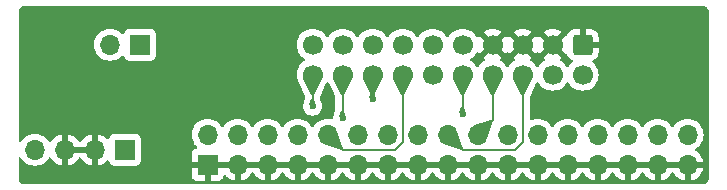
<source format=gbr>
%TF.GenerationSoftware,KiCad,Pcbnew,8.0.5*%
%TF.CreationDate,2024-12-02T19:35:40-06:00*%
%TF.ProjectId,Apple-II-HXC-Gotek-Adapter,4170706c-652d-4494-992d-4858432d476f,v1.0*%
%TF.SameCoordinates,Original*%
%TF.FileFunction,Copper,L2,Bot*%
%TF.FilePolarity,Positive*%
%FSLAX46Y46*%
G04 Gerber Fmt 4.6, Leading zero omitted, Abs format (unit mm)*
G04 Created by KiCad (PCBNEW 8.0.5) date 2024-12-02 19:35:40*
%MOMM*%
%LPD*%
G01*
G04 APERTURE LIST*
G04 Aperture macros list*
%AMRoundRect*
0 Rectangle with rounded corners*
0 $1 Rounding radius*
0 $2 $3 $4 $5 $6 $7 $8 $9 X,Y pos of 4 corners*
0 Add a 4 corners polygon primitive as box body*
4,1,4,$2,$3,$4,$5,$6,$7,$8,$9,$2,$3,0*
0 Add four circle primitives for the rounded corners*
1,1,$1+$1,$2,$3*
1,1,$1+$1,$4,$5*
1,1,$1+$1,$6,$7*
1,1,$1+$1,$8,$9*
0 Add four rect primitives between the rounded corners*
20,1,$1+$1,$2,$3,$4,$5,0*
20,1,$1+$1,$4,$5,$6,$7,0*
20,1,$1+$1,$6,$7,$8,$9,0*
20,1,$1+$1,$8,$9,$2,$3,0*%
G04 Aperture macros list end*
%TA.AperFunction,ComponentPad*%
%ADD10R,1.700000X1.700000*%
%TD*%
%TA.AperFunction,ComponentPad*%
%ADD11O,1.700000X1.700000*%
%TD*%
%TA.AperFunction,ComponentPad*%
%ADD12C,1.700000*%
%TD*%
%TA.AperFunction,ComponentPad*%
%ADD13RoundRect,0.250000X-0.600000X0.600000X-0.600000X-0.600000X0.600000X-0.600000X0.600000X0.600000X0*%
%TD*%
%TA.AperFunction,ViaPad*%
%ADD14C,0.600000*%
%TD*%
%TA.AperFunction,Conductor*%
%ADD15C,0.200000*%
%TD*%
G04 APERTURE END LIST*
D10*
%TO.P,J4,1,Pin_1*%
%TO.N,/PH0-RX*%
X86995000Y-101600000D03*
D11*
%TO.P,J4,2,Pin_2*%
%TO.N,/PH1-TX*%
X84455000Y-101600000D03*
%TD*%
D12*
%TO.P,J2,20,Pin_20*%
%TO.N,/WRPROT*%
X101600000Y-104140000D03*
%TO.P,J2,19,Pin_19*%
%TO.N,unconnected-(J2-Pin_19-Pad19)*%
X101600000Y-101600000D03*
%TO.P,J2,18,Pin_18*%
%TO.N,/WR*%
X104140000Y-104140000D03*
%TO.P,J2,17,Pin_17*%
%TO.N,unconnected-(J2-Pin_17-Pad17)*%
X104140000Y-101600000D03*
%TO.P,J2,16,Pin_16*%
%TO.N,/RD*%
X106680000Y-104140000D03*
%TO.P,J2,15,Pin_15*%
%TO.N,unconnected-(J2-Pin_15-Pad15)*%
X106680000Y-101600000D03*
%TO.P,J2,14,Pin_14*%
%TO.N,/~{DRVEN}*%
X109220000Y-104140000D03*
%TO.P,J2,13,Pin_13*%
%TO.N,unconnected-(J2-Pin_13-Pad13)*%
X109220000Y-101600000D03*
%TO.P,J2,12,Pin_12*%
%TO.N,/SEL*%
X111760000Y-104140000D03*
%TO.P,J2,11,Pin_11*%
%TO.N,+5V*%
X111760000Y-101600000D03*
%TO.P,J2,10,Pin_10*%
%TO.N,/~{WREQ}*%
X114300000Y-104140000D03*
%TO.P,J2,9,Pin_9*%
%TO.N,unconnected-(J2-Pin_9-Pad9)*%
X114300000Y-101600000D03*
%TO.P,J2,8,Pin_8*%
%TO.N,/PH3*%
X116840000Y-104140000D03*
%TO.P,J2,7,Pin_7*%
%TO.N,GND*%
X116840000Y-101600000D03*
%TO.P,J2,6,Pin_6*%
%TO.N,/PH2*%
X119380000Y-104140000D03*
%TO.P,J2,5,Pin_5*%
%TO.N,GND*%
X119380000Y-101600000D03*
%TO.P,J2,4,Pin_4*%
%TO.N,/PH1-TX*%
X121920000Y-104140000D03*
%TO.P,J2,3,Pin_3*%
%TO.N,GND*%
X121920000Y-101600000D03*
%TO.P,J2,2,Pin_2*%
%TO.N,/PH0-RX*%
X124460000Y-104140000D03*
D13*
%TO.P,J2,1,Pin_1*%
%TO.N,GND*%
X124460000Y-101600000D03*
%TD*%
D10*
%TO.P,J3,1,Pin_1*%
%TO.N,+5V*%
X85710000Y-110490000D03*
D11*
%TO.P,J3,2,Pin_2*%
%TO.N,GND*%
X83170000Y-110490000D03*
%TO.P,J3,3,Pin_3*%
X80630000Y-110490000D03*
%TO.P,J3,4,Pin_4*%
%TO.N,unconnected-(J3-Pin_4-Pad4)*%
X78090000Y-110490000D03*
%TD*%
D10*
%TO.P,J1,1,Pin_1*%
%TO.N,GND*%
X92710000Y-111760000D03*
D11*
%TO.P,J1,2,Pin_2*%
%TO.N,unconnected-(J1-Pin_2-Pad2)*%
X92710000Y-109220000D03*
%TO.P,J1,3,Pin_3*%
%TO.N,GND*%
X95250000Y-111760000D03*
%TO.P,J1,4,Pin_4*%
%TO.N,unconnected-(J1-Pin_4-Pad4)*%
X95250000Y-109220000D03*
%TO.P,J1,5,Pin_5*%
%TO.N,GND*%
X97790000Y-111760000D03*
%TO.P,J1,6,Pin_6*%
%TO.N,unconnected-(J1-Pin_6-Pad6)*%
X97790000Y-109220000D03*
%TO.P,J1,7,Pin_7*%
%TO.N,GND*%
X100330000Y-111760000D03*
%TO.P,J1,8,Pin_8*%
%TO.N,unconnected-(J1-Pin_8-Pad8)*%
X100330000Y-109220000D03*
%TO.P,J1,9,Pin_9*%
%TO.N,GND*%
X102870000Y-111760000D03*
%TO.P,J1,10,Pin_10*%
%TO.N,/~{DRVEN}*%
X102870000Y-109220000D03*
%TO.P,J1,11,Pin_11*%
%TO.N,GND*%
X105410000Y-111760000D03*
%TO.P,J1,12,Pin_12*%
%TO.N,unconnected-(J1-Pin_12-Pad12)*%
X105410000Y-109220000D03*
%TO.P,J1,13,Pin_13*%
%TO.N,GND*%
X107950000Y-111760000D03*
%TO.P,J1,14,Pin_14*%
%TO.N,unconnected-(J1-Pin_14-Pad14)*%
X107950000Y-109220000D03*
%TO.P,J1,15,Pin_15*%
%TO.N,GND*%
X110490000Y-111760000D03*
%TO.P,J1,16,Pin_16*%
%TO.N,unconnected-(J1-Pin_16-Pad16)*%
X110490000Y-109220000D03*
%TO.P,J1,17,Pin_17*%
%TO.N,GND*%
X113030000Y-111760000D03*
%TO.P,J1,18,Pin_18*%
%TO.N,/PH2*%
X113030000Y-109220000D03*
%TO.P,J1,19,Pin_19*%
%TO.N,GND*%
X115570000Y-111760000D03*
%TO.P,J1,20,Pin_20*%
%TO.N,/PH3*%
X115570000Y-109220000D03*
%TO.P,J1,21,Pin_21*%
%TO.N,GND*%
X118110000Y-111760000D03*
%TO.P,J1,22,Pin_22*%
%TO.N,/WR*%
X118110000Y-109220000D03*
%TO.P,J1,23,Pin_23*%
%TO.N,GND*%
X120650000Y-111760000D03*
%TO.P,J1,24,Pin_24*%
%TO.N,/~{WREQ}*%
X120650000Y-109220000D03*
%TO.P,J1,25,Pin_25*%
%TO.N,GND*%
X123190000Y-111760000D03*
%TO.P,J1,26,Pin_26*%
%TO.N,unconnected-(J1-Pin_26-Pad26)*%
X123190000Y-109220000D03*
%TO.P,J1,27,Pin_27*%
%TO.N,GND*%
X125730000Y-111760000D03*
%TO.P,J1,28,Pin_28*%
%TO.N,/WRPROT*%
X125730000Y-109220000D03*
%TO.P,J1,29,Pin_29*%
%TO.N,GND*%
X128270000Y-111760000D03*
%TO.P,J1,30,Pin_30*%
%TO.N,/RD*%
X128270000Y-109220000D03*
%TO.P,J1,31,Pin_31*%
%TO.N,GND*%
X130810000Y-111760000D03*
%TO.P,J1,32,Pin_32*%
%TO.N,/SEL*%
X130810000Y-109220000D03*
%TO.P,J1,33,Pin_33*%
%TO.N,GND*%
X133350000Y-111760000D03*
%TO.P,J1,34,Pin_34*%
%TO.N,unconnected-(J1-Pin_34-Pad34)*%
X133350000Y-109220000D03*
%TD*%
D14*
%TO.N,/RD*%
X106680000Y-106207000D03*
%TO.N,/WRPROT*%
X101600000Y-106807000D03*
%TO.N,/~{WREQ}*%
X114300000Y-107470000D03*
%TO.N,/WR*%
X104140000Y-107823000D03*
%TD*%
D15*
%TO.N,/WR*%
X104140000Y-107823000D02*
X104140000Y-104140000D01*
%TO.N,/~{DRVEN}*%
X109220000Y-109816346D02*
X109220000Y-104140000D01*
X104140000Y-110490000D02*
X108546346Y-110490000D01*
X102870000Y-109220000D02*
X104140000Y-110490000D01*
X108546346Y-110490000D02*
X109220000Y-109816346D01*
%TO.N,/PH2*%
X119380000Y-109816346D02*
X119380000Y-104140000D01*
X118706346Y-110490000D02*
X119380000Y-109816346D01*
X113030000Y-109220000D02*
X114300000Y-110490000D01*
X114300000Y-110490000D02*
X118706346Y-110490000D01*
%TO.N,/PH3*%
X116840000Y-107950000D02*
X116840000Y-104140000D01*
X115570000Y-109220000D02*
X116840000Y-107950000D01*
%TO.N,/RD*%
X106680000Y-106207000D02*
X106680000Y-104140000D01*
%TO.N,/WRPROT*%
X101600000Y-106807000D02*
X101600000Y-104140000D01*
%TO.N,/~{WREQ}*%
X114300000Y-107470000D02*
X114300000Y-104140000D01*
%TD*%
%TA.AperFunction,Conductor*%
%TO.N,GND*%
G36*
X94784075Y-111567007D02*
G01*
X94750000Y-111694174D01*
X94750000Y-111825826D01*
X94784075Y-111952993D01*
X94816988Y-112010000D01*
X93143012Y-112010000D01*
X93175925Y-111952993D01*
X93210000Y-111825826D01*
X93210000Y-111694174D01*
X93175925Y-111567007D01*
X93143012Y-111510000D01*
X94816988Y-111510000D01*
X94784075Y-111567007D01*
G37*
%TD.AperFunction*%
%TA.AperFunction,Conductor*%
G36*
X97324075Y-111567007D02*
G01*
X97290000Y-111694174D01*
X97290000Y-111825826D01*
X97324075Y-111952993D01*
X97356988Y-112010000D01*
X95683012Y-112010000D01*
X95715925Y-111952993D01*
X95750000Y-111825826D01*
X95750000Y-111694174D01*
X95715925Y-111567007D01*
X95683012Y-111510000D01*
X97356988Y-111510000D01*
X97324075Y-111567007D01*
G37*
%TD.AperFunction*%
%TA.AperFunction,Conductor*%
G36*
X99864075Y-111567007D02*
G01*
X99830000Y-111694174D01*
X99830000Y-111825826D01*
X99864075Y-111952993D01*
X99896988Y-112010000D01*
X98223012Y-112010000D01*
X98255925Y-111952993D01*
X98290000Y-111825826D01*
X98290000Y-111694174D01*
X98255925Y-111567007D01*
X98223012Y-111510000D01*
X99896988Y-111510000D01*
X99864075Y-111567007D01*
G37*
%TD.AperFunction*%
%TA.AperFunction,Conductor*%
G36*
X102404075Y-111567007D02*
G01*
X102370000Y-111694174D01*
X102370000Y-111825826D01*
X102404075Y-111952993D01*
X102436988Y-112010000D01*
X100763012Y-112010000D01*
X100795925Y-111952993D01*
X100830000Y-111825826D01*
X100830000Y-111694174D01*
X100795925Y-111567007D01*
X100763012Y-111510000D01*
X102436988Y-111510000D01*
X102404075Y-111567007D01*
G37*
%TD.AperFunction*%
%TA.AperFunction,Conductor*%
G36*
X104944075Y-111567007D02*
G01*
X104910000Y-111694174D01*
X104910000Y-111825826D01*
X104944075Y-111952993D01*
X104976988Y-112010000D01*
X103303012Y-112010000D01*
X103335925Y-111952993D01*
X103370000Y-111825826D01*
X103370000Y-111694174D01*
X103335925Y-111567007D01*
X103303012Y-111510000D01*
X104976988Y-111510000D01*
X104944075Y-111567007D01*
G37*
%TD.AperFunction*%
%TA.AperFunction,Conductor*%
G36*
X107484075Y-111567007D02*
G01*
X107450000Y-111694174D01*
X107450000Y-111825826D01*
X107484075Y-111952993D01*
X107516988Y-112010000D01*
X105843012Y-112010000D01*
X105875925Y-111952993D01*
X105910000Y-111825826D01*
X105910000Y-111694174D01*
X105875925Y-111567007D01*
X105843012Y-111510000D01*
X107516988Y-111510000D01*
X107484075Y-111567007D01*
G37*
%TD.AperFunction*%
%TA.AperFunction,Conductor*%
G36*
X110024075Y-111567007D02*
G01*
X109990000Y-111694174D01*
X109990000Y-111825826D01*
X110024075Y-111952993D01*
X110056988Y-112010000D01*
X108383012Y-112010000D01*
X108415925Y-111952993D01*
X108450000Y-111825826D01*
X108450000Y-111694174D01*
X108415925Y-111567007D01*
X108383012Y-111510000D01*
X110056988Y-111510000D01*
X110024075Y-111567007D01*
G37*
%TD.AperFunction*%
%TA.AperFunction,Conductor*%
G36*
X112564075Y-111567007D02*
G01*
X112530000Y-111694174D01*
X112530000Y-111825826D01*
X112564075Y-111952993D01*
X112596988Y-112010000D01*
X110923012Y-112010000D01*
X110955925Y-111952993D01*
X110990000Y-111825826D01*
X110990000Y-111694174D01*
X110955925Y-111567007D01*
X110923012Y-111510000D01*
X112596988Y-111510000D01*
X112564075Y-111567007D01*
G37*
%TD.AperFunction*%
%TA.AperFunction,Conductor*%
G36*
X115104075Y-111567007D02*
G01*
X115070000Y-111694174D01*
X115070000Y-111825826D01*
X115104075Y-111952993D01*
X115136988Y-112010000D01*
X113463012Y-112010000D01*
X113495925Y-111952993D01*
X113530000Y-111825826D01*
X113530000Y-111694174D01*
X113495925Y-111567007D01*
X113463012Y-111510000D01*
X115136988Y-111510000D01*
X115104075Y-111567007D01*
G37*
%TD.AperFunction*%
%TA.AperFunction,Conductor*%
G36*
X117644075Y-111567007D02*
G01*
X117610000Y-111694174D01*
X117610000Y-111825826D01*
X117644075Y-111952993D01*
X117676988Y-112010000D01*
X116003012Y-112010000D01*
X116035925Y-111952993D01*
X116070000Y-111825826D01*
X116070000Y-111694174D01*
X116035925Y-111567007D01*
X116003012Y-111510000D01*
X117676988Y-111510000D01*
X117644075Y-111567007D01*
G37*
%TD.AperFunction*%
%TA.AperFunction,Conductor*%
G36*
X120184075Y-111567007D02*
G01*
X120150000Y-111694174D01*
X120150000Y-111825826D01*
X120184075Y-111952993D01*
X120216988Y-112010000D01*
X118543012Y-112010000D01*
X118575925Y-111952993D01*
X118610000Y-111825826D01*
X118610000Y-111694174D01*
X118575925Y-111567007D01*
X118543012Y-111510000D01*
X120216988Y-111510000D01*
X120184075Y-111567007D01*
G37*
%TD.AperFunction*%
%TA.AperFunction,Conductor*%
G36*
X122724075Y-111567007D02*
G01*
X122690000Y-111694174D01*
X122690000Y-111825826D01*
X122724075Y-111952993D01*
X122756988Y-112010000D01*
X121083012Y-112010000D01*
X121115925Y-111952993D01*
X121150000Y-111825826D01*
X121150000Y-111694174D01*
X121115925Y-111567007D01*
X121083012Y-111510000D01*
X122756988Y-111510000D01*
X122724075Y-111567007D01*
G37*
%TD.AperFunction*%
%TA.AperFunction,Conductor*%
G36*
X125264075Y-111567007D02*
G01*
X125230000Y-111694174D01*
X125230000Y-111825826D01*
X125264075Y-111952993D01*
X125296988Y-112010000D01*
X123623012Y-112010000D01*
X123655925Y-111952993D01*
X123690000Y-111825826D01*
X123690000Y-111694174D01*
X123655925Y-111567007D01*
X123623012Y-111510000D01*
X125296988Y-111510000D01*
X125264075Y-111567007D01*
G37*
%TD.AperFunction*%
%TA.AperFunction,Conductor*%
G36*
X127804075Y-111567007D02*
G01*
X127770000Y-111694174D01*
X127770000Y-111825826D01*
X127804075Y-111952993D01*
X127836988Y-112010000D01*
X126163012Y-112010000D01*
X126195925Y-111952993D01*
X126230000Y-111825826D01*
X126230000Y-111694174D01*
X126195925Y-111567007D01*
X126163012Y-111510000D01*
X127836988Y-111510000D01*
X127804075Y-111567007D01*
G37*
%TD.AperFunction*%
%TA.AperFunction,Conductor*%
G36*
X130344075Y-111567007D02*
G01*
X130310000Y-111694174D01*
X130310000Y-111825826D01*
X130344075Y-111952993D01*
X130376988Y-112010000D01*
X128703012Y-112010000D01*
X128735925Y-111952993D01*
X128770000Y-111825826D01*
X128770000Y-111694174D01*
X128735925Y-111567007D01*
X128703012Y-111510000D01*
X130376988Y-111510000D01*
X130344075Y-111567007D01*
G37*
%TD.AperFunction*%
%TA.AperFunction,Conductor*%
G36*
X132884075Y-111567007D02*
G01*
X132850000Y-111694174D01*
X132850000Y-111825826D01*
X132884075Y-111952993D01*
X132916988Y-112010000D01*
X131243012Y-112010000D01*
X131275925Y-111952993D01*
X131310000Y-111825826D01*
X131310000Y-111694174D01*
X131275925Y-111567007D01*
X131243012Y-111510000D01*
X132916988Y-111510000D01*
X132884075Y-111567007D01*
G37*
%TD.AperFunction*%
%TA.AperFunction,Conductor*%
G36*
X116374075Y-101792993D02*
G01*
X116439901Y-101907007D01*
X116532993Y-102000099D01*
X116647007Y-102065925D01*
X116710590Y-102082962D01*
X116078625Y-102714925D01*
X116154594Y-102768119D01*
X116198219Y-102822696D01*
X116205413Y-102892194D01*
X116173890Y-102954549D01*
X116154595Y-102971269D01*
X115968594Y-103101508D01*
X115801505Y-103268597D01*
X115671575Y-103454158D01*
X115616998Y-103497783D01*
X115547500Y-103504977D01*
X115485145Y-103473454D01*
X115468425Y-103454158D01*
X115338494Y-103268597D01*
X115171402Y-103101506D01*
X115171396Y-103101501D01*
X114985842Y-102971575D01*
X114942217Y-102916998D01*
X114935023Y-102847500D01*
X114966546Y-102785145D01*
X114985842Y-102768425D01*
X115062248Y-102714925D01*
X115171401Y-102638495D01*
X115338495Y-102471401D01*
X115468732Y-102285403D01*
X115523307Y-102241780D01*
X115592805Y-102234586D01*
X115655160Y-102266109D01*
X115671880Y-102285405D01*
X115725073Y-102361373D01*
X116357037Y-101729409D01*
X116374075Y-101792993D01*
G37*
%TD.AperFunction*%
%TA.AperFunction,Conductor*%
G36*
X118914075Y-101792993D02*
G01*
X118979901Y-101907007D01*
X119072993Y-102000099D01*
X119187007Y-102065925D01*
X119250590Y-102082962D01*
X118618625Y-102714925D01*
X118694594Y-102768119D01*
X118738219Y-102822696D01*
X118745413Y-102892194D01*
X118713890Y-102954549D01*
X118694595Y-102971269D01*
X118508594Y-103101508D01*
X118341505Y-103268597D01*
X118211575Y-103454158D01*
X118156998Y-103497783D01*
X118087500Y-103504977D01*
X118025145Y-103473454D01*
X118008425Y-103454158D01*
X117878494Y-103268597D01*
X117711402Y-103101506D01*
X117711401Y-103101505D01*
X117525405Y-102971269D01*
X117481781Y-102916692D01*
X117474588Y-102847193D01*
X117506110Y-102784839D01*
X117525405Y-102768119D01*
X117601373Y-102714925D01*
X116969409Y-102082962D01*
X117032993Y-102065925D01*
X117147007Y-102000099D01*
X117240099Y-101907007D01*
X117305925Y-101792993D01*
X117322962Y-101729410D01*
X117954925Y-102361373D01*
X118008425Y-102284968D01*
X118063002Y-102241344D01*
X118132501Y-102234151D01*
X118194855Y-102265673D01*
X118211576Y-102284969D01*
X118265073Y-102361372D01*
X118897037Y-101729409D01*
X118914075Y-101792993D01*
G37*
%TD.AperFunction*%
%TA.AperFunction,Conductor*%
G36*
X121454075Y-101792993D02*
G01*
X121519901Y-101907007D01*
X121612993Y-102000099D01*
X121727007Y-102065925D01*
X121790590Y-102082962D01*
X121158625Y-102714925D01*
X121234594Y-102768119D01*
X121278219Y-102822696D01*
X121285413Y-102892194D01*
X121253890Y-102954549D01*
X121234595Y-102971269D01*
X121048594Y-103101508D01*
X120881505Y-103268597D01*
X120751575Y-103454158D01*
X120696998Y-103497783D01*
X120627500Y-103504977D01*
X120565145Y-103473454D01*
X120548425Y-103454158D01*
X120418494Y-103268597D01*
X120251402Y-103101506D01*
X120251401Y-103101505D01*
X120065405Y-102971269D01*
X120021781Y-102916692D01*
X120014588Y-102847193D01*
X120046110Y-102784839D01*
X120065405Y-102768119D01*
X120141373Y-102714925D01*
X119509409Y-102082962D01*
X119572993Y-102065925D01*
X119687007Y-102000099D01*
X119780099Y-101907007D01*
X119845925Y-101792993D01*
X119862962Y-101729410D01*
X120494925Y-102361373D01*
X120548425Y-102284968D01*
X120603002Y-102241344D01*
X120672501Y-102234151D01*
X120734855Y-102265673D01*
X120751576Y-102284969D01*
X120805073Y-102361372D01*
X121437037Y-101729409D01*
X121454075Y-101792993D01*
G37*
%TD.AperFunction*%
%TA.AperFunction,Conductor*%
G36*
X123039156Y-102365604D02*
G01*
X123091701Y-102376163D01*
X123141885Y-102424777D01*
X123151717Y-102446921D01*
X123175642Y-102519121D01*
X123175643Y-102519124D01*
X123267684Y-102668345D01*
X123391654Y-102792315D01*
X123540875Y-102884356D01*
X123540882Y-102884359D01*
X123549712Y-102887285D01*
X123607157Y-102927057D01*
X123633981Y-102991572D01*
X123621667Y-103060348D01*
X123592318Y-103097567D01*
X123592427Y-103097676D01*
X123591511Y-103098591D01*
X123590419Y-103099977D01*
X123588597Y-103101505D01*
X123421505Y-103268597D01*
X123291575Y-103454158D01*
X123236998Y-103497783D01*
X123167500Y-103504977D01*
X123105145Y-103473454D01*
X123088425Y-103454158D01*
X122958494Y-103268597D01*
X122791402Y-103101506D01*
X122791401Y-103101505D01*
X122605405Y-102971269D01*
X122561781Y-102916692D01*
X122554588Y-102847193D01*
X122586110Y-102784839D01*
X122605405Y-102768119D01*
X122681373Y-102714925D01*
X122049409Y-102082962D01*
X122112993Y-102065925D01*
X122227007Y-102000099D01*
X122320099Y-101907007D01*
X122385925Y-101792993D01*
X122402962Y-101729410D01*
X123039156Y-102365604D01*
G37*
%TD.AperFunction*%
%TA.AperFunction,Conductor*%
G36*
X134642922Y-98291280D02*
G01*
X134733266Y-98301459D01*
X134760331Y-98307636D01*
X134839540Y-98335352D01*
X134864553Y-98347398D01*
X134935606Y-98392043D01*
X134957313Y-98409355D01*
X135016644Y-98468686D01*
X135033957Y-98490395D01*
X135078600Y-98561444D01*
X135090648Y-98586462D01*
X135118362Y-98665666D01*
X135124540Y-98692735D01*
X135134720Y-98783076D01*
X135135500Y-98796961D01*
X135135500Y-112912038D01*
X135134720Y-112925923D01*
X135124540Y-113016264D01*
X135118362Y-113043333D01*
X135090648Y-113122537D01*
X135078600Y-113147555D01*
X135033957Y-113218604D01*
X135016644Y-113240313D01*
X134957313Y-113299644D01*
X134935604Y-113316957D01*
X134864555Y-113361600D01*
X134839537Y-113373648D01*
X134760333Y-113401362D01*
X134733264Y-113407540D01*
X134653075Y-113416576D01*
X134642921Y-113417720D01*
X134629038Y-113418500D01*
X77206962Y-113418500D01*
X77193078Y-113417720D01*
X77180553Y-113416308D01*
X77102735Y-113407540D01*
X77075666Y-113401362D01*
X76996462Y-113373648D01*
X76971444Y-113361600D01*
X76900395Y-113316957D01*
X76878686Y-113299644D01*
X76819355Y-113240313D01*
X76802042Y-113218604D01*
X76757399Y-113147555D01*
X76745351Y-113122537D01*
X76740964Y-113110000D01*
X76717636Y-113043331D01*
X76711459Y-113016263D01*
X76705929Y-112967187D01*
X76701280Y-112925922D01*
X76700500Y-112912038D01*
X76700500Y-111253391D01*
X76720185Y-111186352D01*
X76772989Y-111140597D01*
X76842147Y-111130653D01*
X76905703Y-111159678D01*
X76926073Y-111182266D01*
X76975876Y-111253391D01*
X77051281Y-111361082D01*
X77051505Y-111361401D01*
X77218599Y-111528495D01*
X77315384Y-111596265D01*
X77412165Y-111664032D01*
X77412167Y-111664033D01*
X77412170Y-111664035D01*
X77626337Y-111763903D01*
X77854592Y-111825063D01*
X78031034Y-111840500D01*
X78089999Y-111845659D01*
X78090000Y-111845659D01*
X78090001Y-111845659D01*
X78148966Y-111840500D01*
X78325408Y-111825063D01*
X78553663Y-111763903D01*
X78767830Y-111664035D01*
X78961401Y-111528495D01*
X79128495Y-111361401D01*
X79258730Y-111175405D01*
X79313307Y-111131781D01*
X79382805Y-111124587D01*
X79445160Y-111156110D01*
X79461879Y-111175405D01*
X79591890Y-111361078D01*
X79758917Y-111528105D01*
X79952421Y-111663600D01*
X80166507Y-111763429D01*
X80166516Y-111763433D01*
X80380000Y-111820634D01*
X80380000Y-110923012D01*
X80437007Y-110955925D01*
X80564174Y-110990000D01*
X80695826Y-110990000D01*
X80822993Y-110955925D01*
X80880000Y-110923012D01*
X80880000Y-111820633D01*
X81093483Y-111763433D01*
X81093492Y-111763429D01*
X81307578Y-111663600D01*
X81501082Y-111528105D01*
X81668105Y-111361082D01*
X81798425Y-111174968D01*
X81853002Y-111131344D01*
X81922501Y-111124151D01*
X81984855Y-111155673D01*
X82001575Y-111174968D01*
X82131894Y-111361082D01*
X82298917Y-111528105D01*
X82492421Y-111663600D01*
X82706507Y-111763429D01*
X82706516Y-111763433D01*
X82920000Y-111820634D01*
X82920000Y-110923012D01*
X82977007Y-110955925D01*
X83104174Y-110990000D01*
X83235826Y-110990000D01*
X83362993Y-110955925D01*
X83420000Y-110923012D01*
X83420000Y-111820633D01*
X83633483Y-111763433D01*
X83633492Y-111763429D01*
X83847578Y-111663600D01*
X84041078Y-111528108D01*
X84163133Y-111406053D01*
X84224456Y-111372568D01*
X84294148Y-111377552D01*
X84350082Y-111419423D01*
X84366997Y-111450401D01*
X84416202Y-111582328D01*
X84416206Y-111582335D01*
X84502452Y-111697544D01*
X84502455Y-111697547D01*
X84617664Y-111783793D01*
X84617671Y-111783797D01*
X84752517Y-111834091D01*
X84752516Y-111834091D01*
X84759444Y-111834835D01*
X84812127Y-111840500D01*
X86607872Y-111840499D01*
X86667483Y-111834091D01*
X86802331Y-111783796D01*
X86917546Y-111697546D01*
X87003796Y-111582331D01*
X87054091Y-111447483D01*
X87060500Y-111387873D01*
X87060499Y-109592128D01*
X87054091Y-109532517D01*
X87053002Y-109529598D01*
X87003797Y-109397671D01*
X87003793Y-109397664D01*
X86917547Y-109282455D01*
X86917544Y-109282452D01*
X86834118Y-109219999D01*
X91354341Y-109219999D01*
X91354341Y-109220000D01*
X91374936Y-109455403D01*
X91374938Y-109455413D01*
X91436094Y-109683655D01*
X91436096Y-109683659D01*
X91436097Y-109683663D01*
X91519358Y-109862217D01*
X91535965Y-109897830D01*
X91535967Y-109897834D01*
X91600503Y-109990000D01*
X91671501Y-110091396D01*
X91671506Y-110091402D01*
X91793818Y-110213714D01*
X91827303Y-110275037D01*
X91822319Y-110344729D01*
X91780447Y-110400662D01*
X91749471Y-110417577D01*
X91617912Y-110466646D01*
X91617906Y-110466649D01*
X91502812Y-110552809D01*
X91502809Y-110552812D01*
X91416649Y-110667906D01*
X91416645Y-110667913D01*
X91366403Y-110802620D01*
X91366401Y-110802627D01*
X91360000Y-110862155D01*
X91360000Y-111510000D01*
X92276988Y-111510000D01*
X92244075Y-111567007D01*
X92210000Y-111694174D01*
X92210000Y-111825826D01*
X92244075Y-111952993D01*
X92276988Y-112010000D01*
X91360000Y-112010000D01*
X91360000Y-112657844D01*
X91366401Y-112717372D01*
X91366403Y-112717379D01*
X91416645Y-112852086D01*
X91416649Y-112852093D01*
X91502809Y-112967187D01*
X91502812Y-112967190D01*
X91617906Y-113053350D01*
X91617913Y-113053354D01*
X91752620Y-113103596D01*
X91752627Y-113103598D01*
X91812155Y-113109999D01*
X91812172Y-113110000D01*
X92460000Y-113110000D01*
X92460000Y-112193012D01*
X92517007Y-112225925D01*
X92644174Y-112260000D01*
X92775826Y-112260000D01*
X92902993Y-112225925D01*
X92960000Y-112193012D01*
X92960000Y-113110000D01*
X93607828Y-113110000D01*
X93607844Y-113109999D01*
X93667372Y-113103598D01*
X93667379Y-113103596D01*
X93802086Y-113053354D01*
X93802093Y-113053350D01*
X93917187Y-112967190D01*
X93917190Y-112967187D01*
X94003350Y-112852093D01*
X94003354Y-112852086D01*
X94052614Y-112720013D01*
X94094485Y-112664079D01*
X94159949Y-112639662D01*
X94228222Y-112654513D01*
X94256477Y-112675665D01*
X94378917Y-112798105D01*
X94572421Y-112933600D01*
X94786507Y-113033429D01*
X94786516Y-113033433D01*
X95000000Y-113090634D01*
X95000000Y-112193012D01*
X95057007Y-112225925D01*
X95184174Y-112260000D01*
X95315826Y-112260000D01*
X95442993Y-112225925D01*
X95500000Y-112193012D01*
X95500000Y-113090633D01*
X95713483Y-113033433D01*
X95713492Y-113033429D01*
X95927578Y-112933600D01*
X96121082Y-112798105D01*
X96288105Y-112631082D01*
X96418425Y-112444968D01*
X96473002Y-112401344D01*
X96542501Y-112394151D01*
X96604855Y-112425673D01*
X96621575Y-112444968D01*
X96751894Y-112631082D01*
X96918917Y-112798105D01*
X97112421Y-112933600D01*
X97326507Y-113033429D01*
X97326516Y-113033433D01*
X97540000Y-113090634D01*
X97540000Y-112193012D01*
X97597007Y-112225925D01*
X97724174Y-112260000D01*
X97855826Y-112260000D01*
X97982993Y-112225925D01*
X98040000Y-112193012D01*
X98040000Y-113090633D01*
X98253483Y-113033433D01*
X98253492Y-113033429D01*
X98467578Y-112933600D01*
X98661082Y-112798105D01*
X98828105Y-112631082D01*
X98958425Y-112444968D01*
X99013002Y-112401344D01*
X99082501Y-112394151D01*
X99144855Y-112425673D01*
X99161575Y-112444968D01*
X99291894Y-112631082D01*
X99458917Y-112798105D01*
X99652421Y-112933600D01*
X99866507Y-113033429D01*
X99866516Y-113033433D01*
X100080000Y-113090634D01*
X100080000Y-112193012D01*
X100137007Y-112225925D01*
X100264174Y-112260000D01*
X100395826Y-112260000D01*
X100522993Y-112225925D01*
X100580000Y-112193012D01*
X100580000Y-113090633D01*
X100793483Y-113033433D01*
X100793492Y-113033429D01*
X101007578Y-112933600D01*
X101201082Y-112798105D01*
X101368105Y-112631082D01*
X101498425Y-112444968D01*
X101553002Y-112401344D01*
X101622501Y-112394151D01*
X101684855Y-112425673D01*
X101701575Y-112444968D01*
X101831894Y-112631082D01*
X101998917Y-112798105D01*
X102192421Y-112933600D01*
X102406507Y-113033429D01*
X102406516Y-113033433D01*
X102620000Y-113090634D01*
X102620000Y-112193012D01*
X102677007Y-112225925D01*
X102804174Y-112260000D01*
X102935826Y-112260000D01*
X103062993Y-112225925D01*
X103120000Y-112193012D01*
X103120000Y-113090633D01*
X103333483Y-113033433D01*
X103333492Y-113033429D01*
X103547578Y-112933600D01*
X103741082Y-112798105D01*
X103908105Y-112631082D01*
X104038425Y-112444968D01*
X104093002Y-112401344D01*
X104162501Y-112394151D01*
X104224855Y-112425673D01*
X104241575Y-112444968D01*
X104371894Y-112631082D01*
X104538917Y-112798105D01*
X104732421Y-112933600D01*
X104946507Y-113033429D01*
X104946516Y-113033433D01*
X105160000Y-113090634D01*
X105160000Y-112193012D01*
X105217007Y-112225925D01*
X105344174Y-112260000D01*
X105475826Y-112260000D01*
X105602993Y-112225925D01*
X105660000Y-112193012D01*
X105660000Y-113090633D01*
X105873483Y-113033433D01*
X105873492Y-113033429D01*
X106087578Y-112933600D01*
X106281082Y-112798105D01*
X106448105Y-112631082D01*
X106578425Y-112444968D01*
X106633002Y-112401344D01*
X106702501Y-112394151D01*
X106764855Y-112425673D01*
X106781575Y-112444968D01*
X106911894Y-112631082D01*
X107078917Y-112798105D01*
X107272421Y-112933600D01*
X107486507Y-113033429D01*
X107486516Y-113033433D01*
X107700000Y-113090634D01*
X107700000Y-112193012D01*
X107757007Y-112225925D01*
X107884174Y-112260000D01*
X108015826Y-112260000D01*
X108142993Y-112225925D01*
X108200000Y-112193012D01*
X108200000Y-113090634D01*
X108413483Y-113033433D01*
X108413492Y-113033429D01*
X108627578Y-112933600D01*
X108821082Y-112798105D01*
X108988105Y-112631082D01*
X109118425Y-112444968D01*
X109173002Y-112401344D01*
X109242501Y-112394151D01*
X109304855Y-112425673D01*
X109321575Y-112444968D01*
X109451894Y-112631082D01*
X109618917Y-112798105D01*
X109812421Y-112933600D01*
X110026507Y-113033429D01*
X110026516Y-113033433D01*
X110240000Y-113090634D01*
X110240000Y-112193012D01*
X110297007Y-112225925D01*
X110424174Y-112260000D01*
X110555826Y-112260000D01*
X110682993Y-112225925D01*
X110740000Y-112193012D01*
X110740000Y-113090634D01*
X110953483Y-113033433D01*
X110953492Y-113033429D01*
X111167578Y-112933600D01*
X111361082Y-112798105D01*
X111528105Y-112631082D01*
X111658425Y-112444968D01*
X111713002Y-112401344D01*
X111782501Y-112394151D01*
X111844855Y-112425673D01*
X111861575Y-112444968D01*
X111991894Y-112631082D01*
X112158917Y-112798105D01*
X112352421Y-112933600D01*
X112566507Y-113033429D01*
X112566516Y-113033433D01*
X112780000Y-113090634D01*
X112780000Y-112193012D01*
X112837007Y-112225925D01*
X112964174Y-112260000D01*
X113095826Y-112260000D01*
X113222993Y-112225925D01*
X113280000Y-112193012D01*
X113280000Y-113090634D01*
X113493483Y-113033433D01*
X113493492Y-113033429D01*
X113707578Y-112933600D01*
X113901082Y-112798105D01*
X114068105Y-112631082D01*
X114198425Y-112444968D01*
X114253002Y-112401344D01*
X114322501Y-112394151D01*
X114384855Y-112425673D01*
X114401575Y-112444968D01*
X114531894Y-112631082D01*
X114698917Y-112798105D01*
X114892421Y-112933600D01*
X115106507Y-113033429D01*
X115106516Y-113033433D01*
X115320000Y-113090634D01*
X115320000Y-112193012D01*
X115377007Y-112225925D01*
X115504174Y-112260000D01*
X115635826Y-112260000D01*
X115762993Y-112225925D01*
X115820000Y-112193012D01*
X115820000Y-113090634D01*
X116033483Y-113033433D01*
X116033492Y-113033429D01*
X116247578Y-112933600D01*
X116441082Y-112798105D01*
X116608105Y-112631082D01*
X116738425Y-112444968D01*
X116793002Y-112401344D01*
X116862501Y-112394151D01*
X116924855Y-112425673D01*
X116941575Y-112444968D01*
X117071894Y-112631082D01*
X117238917Y-112798105D01*
X117432421Y-112933600D01*
X117646507Y-113033429D01*
X117646516Y-113033433D01*
X117860000Y-113090634D01*
X117860000Y-112193012D01*
X117917007Y-112225925D01*
X118044174Y-112260000D01*
X118175826Y-112260000D01*
X118302993Y-112225925D01*
X118360000Y-112193012D01*
X118360000Y-113090634D01*
X118573483Y-113033433D01*
X118573492Y-113033429D01*
X118787578Y-112933600D01*
X118981082Y-112798105D01*
X119148105Y-112631082D01*
X119278425Y-112444968D01*
X119333002Y-112401344D01*
X119402501Y-112394151D01*
X119464855Y-112425673D01*
X119481575Y-112444968D01*
X119611894Y-112631082D01*
X119778917Y-112798105D01*
X119972421Y-112933600D01*
X120186507Y-113033429D01*
X120186516Y-113033433D01*
X120400000Y-113090634D01*
X120400000Y-112193012D01*
X120457007Y-112225925D01*
X120584174Y-112260000D01*
X120715826Y-112260000D01*
X120842993Y-112225925D01*
X120900000Y-112193012D01*
X120900000Y-113090633D01*
X121113483Y-113033433D01*
X121113492Y-113033429D01*
X121327578Y-112933600D01*
X121521082Y-112798105D01*
X121688105Y-112631082D01*
X121818425Y-112444968D01*
X121873002Y-112401344D01*
X121942501Y-112394151D01*
X122004855Y-112425673D01*
X122021575Y-112444968D01*
X122151894Y-112631082D01*
X122318917Y-112798105D01*
X122512421Y-112933600D01*
X122726507Y-113033429D01*
X122726516Y-113033433D01*
X122940000Y-113090634D01*
X122940000Y-112193012D01*
X122997007Y-112225925D01*
X123124174Y-112260000D01*
X123255826Y-112260000D01*
X123382993Y-112225925D01*
X123440000Y-112193012D01*
X123440000Y-113090633D01*
X123653483Y-113033433D01*
X123653492Y-113033429D01*
X123867578Y-112933600D01*
X124061082Y-112798105D01*
X124228105Y-112631082D01*
X124358425Y-112444968D01*
X124413002Y-112401344D01*
X124482501Y-112394151D01*
X124544855Y-112425673D01*
X124561575Y-112444968D01*
X124691894Y-112631082D01*
X124858917Y-112798105D01*
X125052421Y-112933600D01*
X125266507Y-113033429D01*
X125266516Y-113033433D01*
X125480000Y-113090634D01*
X125480000Y-112193012D01*
X125537007Y-112225925D01*
X125664174Y-112260000D01*
X125795826Y-112260000D01*
X125922993Y-112225925D01*
X125980000Y-112193012D01*
X125980000Y-113090633D01*
X126193483Y-113033433D01*
X126193492Y-113033429D01*
X126407578Y-112933600D01*
X126601082Y-112798105D01*
X126768105Y-112631082D01*
X126898425Y-112444968D01*
X126953002Y-112401344D01*
X127022501Y-112394151D01*
X127084855Y-112425673D01*
X127101575Y-112444968D01*
X127231894Y-112631082D01*
X127398917Y-112798105D01*
X127592421Y-112933600D01*
X127806507Y-113033429D01*
X127806516Y-113033433D01*
X128020000Y-113090634D01*
X128020000Y-112193012D01*
X128077007Y-112225925D01*
X128204174Y-112260000D01*
X128335826Y-112260000D01*
X128462993Y-112225925D01*
X128520000Y-112193012D01*
X128520000Y-113090633D01*
X128733483Y-113033433D01*
X128733492Y-113033429D01*
X128947578Y-112933600D01*
X129141082Y-112798105D01*
X129308105Y-112631082D01*
X129438425Y-112444968D01*
X129493002Y-112401344D01*
X129562501Y-112394151D01*
X129624855Y-112425673D01*
X129641575Y-112444968D01*
X129771894Y-112631082D01*
X129938917Y-112798105D01*
X130132421Y-112933600D01*
X130346507Y-113033429D01*
X130346516Y-113033433D01*
X130560000Y-113090634D01*
X130560000Y-112193012D01*
X130617007Y-112225925D01*
X130744174Y-112260000D01*
X130875826Y-112260000D01*
X131002993Y-112225925D01*
X131060000Y-112193012D01*
X131060000Y-113090633D01*
X131273483Y-113033433D01*
X131273492Y-113033429D01*
X131487578Y-112933600D01*
X131681082Y-112798105D01*
X131848105Y-112631082D01*
X131978425Y-112444968D01*
X132033002Y-112401344D01*
X132102501Y-112394151D01*
X132164855Y-112425673D01*
X132181575Y-112444968D01*
X132311894Y-112631082D01*
X132478917Y-112798105D01*
X132672421Y-112933600D01*
X132886507Y-113033429D01*
X132886516Y-113033433D01*
X133100000Y-113090634D01*
X133100000Y-112193012D01*
X133157007Y-112225925D01*
X133284174Y-112260000D01*
X133415826Y-112260000D01*
X133542993Y-112225925D01*
X133600000Y-112193012D01*
X133600000Y-113090633D01*
X133813483Y-113033433D01*
X133813492Y-113033429D01*
X134027578Y-112933600D01*
X134221082Y-112798105D01*
X134388105Y-112631082D01*
X134523600Y-112437578D01*
X134623429Y-112223492D01*
X134623432Y-112223486D01*
X134680636Y-112010000D01*
X133783012Y-112010000D01*
X133815925Y-111952993D01*
X133850000Y-111825826D01*
X133850000Y-111694174D01*
X133815925Y-111567007D01*
X133783012Y-111510000D01*
X134680636Y-111510000D01*
X134680635Y-111509999D01*
X134623432Y-111296513D01*
X134623429Y-111296507D01*
X134523600Y-111082422D01*
X134523599Y-111082420D01*
X134388113Y-110888926D01*
X134388108Y-110888920D01*
X134221078Y-110721890D01*
X134035405Y-110591879D01*
X133991780Y-110537302D01*
X133984588Y-110467804D01*
X134016110Y-110405449D01*
X134035406Y-110388730D01*
X134098246Y-110344729D01*
X134221401Y-110258495D01*
X134388495Y-110091401D01*
X134524035Y-109897830D01*
X134623903Y-109683663D01*
X134685063Y-109455408D01*
X134705659Y-109220000D01*
X134685063Y-108984592D01*
X134623903Y-108756337D01*
X134524035Y-108542171D01*
X134518425Y-108534158D01*
X134388494Y-108348597D01*
X134221402Y-108181506D01*
X134221395Y-108181501D01*
X134027834Y-108045967D01*
X134027830Y-108045965D01*
X133991573Y-108029058D01*
X133813663Y-107946097D01*
X133813659Y-107946096D01*
X133813655Y-107946094D01*
X133585413Y-107884938D01*
X133585403Y-107884936D01*
X133350001Y-107864341D01*
X133349999Y-107864341D01*
X133114596Y-107884936D01*
X133114586Y-107884938D01*
X132886344Y-107946094D01*
X132886335Y-107946098D01*
X132672171Y-108045964D01*
X132672169Y-108045965D01*
X132478597Y-108181505D01*
X132311505Y-108348597D01*
X132181575Y-108534158D01*
X132126998Y-108577783D01*
X132057500Y-108584977D01*
X131995145Y-108553454D01*
X131978425Y-108534158D01*
X131848494Y-108348597D01*
X131681402Y-108181506D01*
X131681395Y-108181501D01*
X131487834Y-108045967D01*
X131487830Y-108045965D01*
X131451573Y-108029058D01*
X131273663Y-107946097D01*
X131273659Y-107946096D01*
X131273655Y-107946094D01*
X131045413Y-107884938D01*
X131045403Y-107884936D01*
X130810001Y-107864341D01*
X130809999Y-107864341D01*
X130574596Y-107884936D01*
X130574586Y-107884938D01*
X130346344Y-107946094D01*
X130346335Y-107946098D01*
X130132171Y-108045964D01*
X130132169Y-108045965D01*
X129938597Y-108181505D01*
X129771505Y-108348597D01*
X129641575Y-108534158D01*
X129586998Y-108577783D01*
X129517500Y-108584977D01*
X129455145Y-108553454D01*
X129438425Y-108534158D01*
X129308494Y-108348597D01*
X129141402Y-108181506D01*
X129141395Y-108181501D01*
X128947834Y-108045967D01*
X128947830Y-108045965D01*
X128911573Y-108029058D01*
X128733663Y-107946097D01*
X128733659Y-107946096D01*
X128733655Y-107946094D01*
X128505413Y-107884938D01*
X128505403Y-107884936D01*
X128270001Y-107864341D01*
X128269999Y-107864341D01*
X128034596Y-107884936D01*
X128034586Y-107884938D01*
X127806344Y-107946094D01*
X127806335Y-107946098D01*
X127592171Y-108045964D01*
X127592169Y-108045965D01*
X127398597Y-108181505D01*
X127231505Y-108348597D01*
X127101575Y-108534158D01*
X127046998Y-108577783D01*
X126977500Y-108584977D01*
X126915145Y-108553454D01*
X126898425Y-108534158D01*
X126768494Y-108348597D01*
X126601402Y-108181506D01*
X126601395Y-108181501D01*
X126407834Y-108045967D01*
X126407830Y-108045965D01*
X126371573Y-108029058D01*
X126193663Y-107946097D01*
X126193659Y-107946096D01*
X126193655Y-107946094D01*
X125965413Y-107884938D01*
X125965403Y-107884936D01*
X125730001Y-107864341D01*
X125729999Y-107864341D01*
X125494596Y-107884936D01*
X125494586Y-107884938D01*
X125266344Y-107946094D01*
X125266335Y-107946098D01*
X125052171Y-108045964D01*
X125052169Y-108045965D01*
X124858597Y-108181505D01*
X124691505Y-108348597D01*
X124561575Y-108534158D01*
X124506998Y-108577783D01*
X124437500Y-108584977D01*
X124375145Y-108553454D01*
X124358425Y-108534158D01*
X124228494Y-108348597D01*
X124061402Y-108181506D01*
X124061395Y-108181501D01*
X123867834Y-108045967D01*
X123867830Y-108045965D01*
X123831573Y-108029058D01*
X123653663Y-107946097D01*
X123653659Y-107946096D01*
X123653655Y-107946094D01*
X123425413Y-107884938D01*
X123425403Y-107884936D01*
X123190001Y-107864341D01*
X123189999Y-107864341D01*
X122954596Y-107884936D01*
X122954586Y-107884938D01*
X122726344Y-107946094D01*
X122726335Y-107946098D01*
X122512171Y-108045964D01*
X122512169Y-108045965D01*
X122318597Y-108181505D01*
X122151505Y-108348597D01*
X122021575Y-108534158D01*
X121966998Y-108577783D01*
X121897500Y-108584977D01*
X121835145Y-108553454D01*
X121818425Y-108534158D01*
X121688494Y-108348597D01*
X121521402Y-108181506D01*
X121521395Y-108181501D01*
X121327834Y-108045967D01*
X121327830Y-108045965D01*
X121291573Y-108029058D01*
X121113663Y-107946097D01*
X121113659Y-107946096D01*
X121113655Y-107946094D01*
X120885413Y-107884938D01*
X120885403Y-107884936D01*
X120650001Y-107864341D01*
X120649999Y-107864341D01*
X120414596Y-107884936D01*
X120414586Y-107884938D01*
X120186344Y-107946094D01*
X120186335Y-107946098D01*
X120156903Y-107959822D01*
X120087826Y-107970313D01*
X120024042Y-107941792D01*
X119985803Y-107883315D01*
X119980500Y-107847439D01*
X119980500Y-105998232D01*
X119993525Y-105942911D01*
X120053554Y-105822493D01*
X120541059Y-104844548D01*
X120588584Y-104793333D01*
X120656255Y-104775942D01*
X120722586Y-104797897D01*
X120753609Y-104828747D01*
X120881500Y-105011395D01*
X120881505Y-105011401D01*
X121048599Y-105178495D01*
X121145384Y-105246265D01*
X121242165Y-105314032D01*
X121242167Y-105314033D01*
X121242170Y-105314035D01*
X121456337Y-105413903D01*
X121684592Y-105475063D01*
X121872918Y-105491539D01*
X121919999Y-105495659D01*
X121920000Y-105495659D01*
X121920001Y-105495659D01*
X121959234Y-105492226D01*
X122155408Y-105475063D01*
X122383663Y-105413903D01*
X122597830Y-105314035D01*
X122791401Y-105178495D01*
X122958495Y-105011401D01*
X123088425Y-104825842D01*
X123143002Y-104782217D01*
X123212500Y-104775023D01*
X123274855Y-104806546D01*
X123291575Y-104825842D01*
X123421500Y-105011395D01*
X123421505Y-105011401D01*
X123588599Y-105178495D01*
X123685384Y-105246265D01*
X123782165Y-105314032D01*
X123782167Y-105314033D01*
X123782170Y-105314035D01*
X123996337Y-105413903D01*
X124224592Y-105475063D01*
X124412918Y-105491539D01*
X124459999Y-105495659D01*
X124460000Y-105495659D01*
X124460001Y-105495659D01*
X124499234Y-105492226D01*
X124695408Y-105475063D01*
X124923663Y-105413903D01*
X125137830Y-105314035D01*
X125331401Y-105178495D01*
X125498495Y-105011401D01*
X125634035Y-104817830D01*
X125733903Y-104603663D01*
X125795063Y-104375408D01*
X125815659Y-104140000D01*
X125795063Y-103904592D01*
X125733903Y-103676337D01*
X125634035Y-103462171D01*
X125628425Y-103454158D01*
X125498494Y-103268597D01*
X125331401Y-103101505D01*
X125329579Y-103099976D01*
X125328996Y-103099100D01*
X125327573Y-103097677D01*
X125327859Y-103097390D01*
X125290880Y-103041802D01*
X125289776Y-102971941D01*
X125326616Y-102912573D01*
X125370289Y-102887284D01*
X125379120Y-102884357D01*
X125379124Y-102884356D01*
X125528345Y-102792315D01*
X125652315Y-102668345D01*
X125744356Y-102519124D01*
X125744358Y-102519119D01*
X125799505Y-102352697D01*
X125799506Y-102352690D01*
X125809999Y-102249986D01*
X125810000Y-102249973D01*
X125810000Y-101850000D01*
X124893012Y-101850000D01*
X124925925Y-101792993D01*
X124960000Y-101665826D01*
X124960000Y-101534174D01*
X124925925Y-101407007D01*
X124893012Y-101350000D01*
X125809999Y-101350000D01*
X125809999Y-100950028D01*
X125809998Y-100950013D01*
X125799505Y-100847302D01*
X125744358Y-100680880D01*
X125744356Y-100680875D01*
X125652315Y-100531654D01*
X125528345Y-100407684D01*
X125379124Y-100315643D01*
X125379119Y-100315641D01*
X125212697Y-100260494D01*
X125212690Y-100260493D01*
X125109986Y-100250000D01*
X124710000Y-100250000D01*
X124710000Y-101166988D01*
X124652993Y-101134075D01*
X124525826Y-101100000D01*
X124394174Y-101100000D01*
X124267007Y-101134075D01*
X124210000Y-101166988D01*
X124210000Y-100250000D01*
X123810028Y-100250000D01*
X123810012Y-100250001D01*
X123707302Y-100260494D01*
X123540880Y-100315641D01*
X123540875Y-100315643D01*
X123391654Y-100407684D01*
X123267684Y-100531654D01*
X123175643Y-100680875D01*
X123175641Y-100680880D01*
X123151718Y-100753076D01*
X123111945Y-100810521D01*
X123047429Y-100837344D01*
X123036087Y-100837463D01*
X122402962Y-101470589D01*
X122385925Y-101407007D01*
X122320099Y-101292993D01*
X122227007Y-101199901D01*
X122112993Y-101134075D01*
X122049410Y-101117037D01*
X122681373Y-100485073D01*
X122681373Y-100485072D01*
X122597583Y-100426402D01*
X122597579Y-100426400D01*
X122383492Y-100326570D01*
X122383483Y-100326566D01*
X122155326Y-100265432D01*
X122155315Y-100265430D01*
X121920002Y-100244843D01*
X121919998Y-100244843D01*
X121684684Y-100265430D01*
X121684673Y-100265432D01*
X121456516Y-100326566D01*
X121456507Y-100326570D01*
X121242419Y-100426401D01*
X121158625Y-100485072D01*
X121790590Y-101117037D01*
X121727007Y-101134075D01*
X121612993Y-101199901D01*
X121519901Y-101292993D01*
X121454075Y-101407007D01*
X121437037Y-101470590D01*
X120805072Y-100838625D01*
X120805072Y-100838626D01*
X120751574Y-100915030D01*
X120696998Y-100958655D01*
X120627499Y-100965849D01*
X120565144Y-100934326D01*
X120548424Y-100915030D01*
X120494925Y-100838626D01*
X120494925Y-100838625D01*
X119862962Y-101470589D01*
X119845925Y-101407007D01*
X119780099Y-101292993D01*
X119687007Y-101199901D01*
X119572993Y-101134075D01*
X119509410Y-101117037D01*
X120141373Y-100485073D01*
X120141373Y-100485072D01*
X120057583Y-100426402D01*
X120057579Y-100426400D01*
X119843492Y-100326570D01*
X119843483Y-100326566D01*
X119615326Y-100265432D01*
X119615315Y-100265430D01*
X119380002Y-100244843D01*
X119379998Y-100244843D01*
X119144684Y-100265430D01*
X119144673Y-100265432D01*
X118916516Y-100326566D01*
X118916507Y-100326570D01*
X118702419Y-100426401D01*
X118618625Y-100485072D01*
X119250590Y-101117037D01*
X119187007Y-101134075D01*
X119072993Y-101199901D01*
X118979901Y-101292993D01*
X118914075Y-101407007D01*
X118897037Y-101470590D01*
X118265072Y-100838625D01*
X118265072Y-100838626D01*
X118211574Y-100915030D01*
X118156998Y-100958655D01*
X118087499Y-100965849D01*
X118025144Y-100934326D01*
X118008424Y-100915030D01*
X117954925Y-100838626D01*
X117954925Y-100838625D01*
X117322962Y-101470589D01*
X117305925Y-101407007D01*
X117240099Y-101292993D01*
X117147007Y-101199901D01*
X117032993Y-101134075D01*
X116969410Y-101117037D01*
X117601373Y-100485073D01*
X117601373Y-100485072D01*
X117517583Y-100426402D01*
X117517579Y-100426400D01*
X117303492Y-100326570D01*
X117303483Y-100326566D01*
X117075326Y-100265432D01*
X117075315Y-100265430D01*
X116840002Y-100244843D01*
X116839998Y-100244843D01*
X116604684Y-100265430D01*
X116604673Y-100265432D01*
X116376516Y-100326566D01*
X116376507Y-100326570D01*
X116162419Y-100426401D01*
X116078625Y-100485072D01*
X116710590Y-101117037D01*
X116647007Y-101134075D01*
X116532993Y-101199901D01*
X116439901Y-101292993D01*
X116374075Y-101407007D01*
X116357037Y-101470590D01*
X115725073Y-100838626D01*
X115671881Y-100914594D01*
X115617304Y-100958219D01*
X115547806Y-100965413D01*
X115485451Y-100933891D01*
X115468730Y-100914594D01*
X115338494Y-100728597D01*
X115171402Y-100561506D01*
X115171395Y-100561501D01*
X114977834Y-100425967D01*
X114977830Y-100425965D01*
X114938626Y-100407684D01*
X114763663Y-100326097D01*
X114763659Y-100326096D01*
X114763655Y-100326094D01*
X114535413Y-100264938D01*
X114535403Y-100264936D01*
X114300001Y-100244341D01*
X114299999Y-100244341D01*
X114064596Y-100264936D01*
X114064586Y-100264938D01*
X113836344Y-100326094D01*
X113836335Y-100326098D01*
X113622171Y-100425964D01*
X113622169Y-100425965D01*
X113428597Y-100561505D01*
X113261505Y-100728597D01*
X113131575Y-100914158D01*
X113076998Y-100957783D01*
X113007500Y-100964977D01*
X112945145Y-100933454D01*
X112928425Y-100914158D01*
X112798494Y-100728597D01*
X112631402Y-100561506D01*
X112631395Y-100561501D01*
X112437834Y-100425967D01*
X112437830Y-100425965D01*
X112398626Y-100407684D01*
X112223663Y-100326097D01*
X112223659Y-100326096D01*
X112223655Y-100326094D01*
X111995413Y-100264938D01*
X111995403Y-100264936D01*
X111760001Y-100244341D01*
X111759999Y-100244341D01*
X111524596Y-100264936D01*
X111524586Y-100264938D01*
X111296344Y-100326094D01*
X111296335Y-100326098D01*
X111082171Y-100425964D01*
X111082169Y-100425965D01*
X110888597Y-100561505D01*
X110721505Y-100728597D01*
X110591575Y-100914158D01*
X110536998Y-100957783D01*
X110467500Y-100964977D01*
X110405145Y-100933454D01*
X110388425Y-100914158D01*
X110258494Y-100728597D01*
X110091402Y-100561506D01*
X110091395Y-100561501D01*
X109897834Y-100425967D01*
X109897830Y-100425965D01*
X109858626Y-100407684D01*
X109683663Y-100326097D01*
X109683659Y-100326096D01*
X109683655Y-100326094D01*
X109455413Y-100264938D01*
X109455403Y-100264936D01*
X109220001Y-100244341D01*
X109219999Y-100244341D01*
X108984596Y-100264936D01*
X108984586Y-100264938D01*
X108756344Y-100326094D01*
X108756335Y-100326098D01*
X108542171Y-100425964D01*
X108542169Y-100425965D01*
X108348597Y-100561505D01*
X108181505Y-100728597D01*
X108051575Y-100914158D01*
X107996998Y-100957783D01*
X107927500Y-100964977D01*
X107865145Y-100933454D01*
X107848425Y-100914158D01*
X107718494Y-100728597D01*
X107551402Y-100561506D01*
X107551395Y-100561501D01*
X107357834Y-100425967D01*
X107357830Y-100425965D01*
X107318626Y-100407684D01*
X107143663Y-100326097D01*
X107143659Y-100326096D01*
X107143655Y-100326094D01*
X106915413Y-100264938D01*
X106915403Y-100264936D01*
X106680001Y-100244341D01*
X106679999Y-100244341D01*
X106444596Y-100264936D01*
X106444586Y-100264938D01*
X106216344Y-100326094D01*
X106216335Y-100326098D01*
X106002171Y-100425964D01*
X106002169Y-100425965D01*
X105808597Y-100561505D01*
X105641505Y-100728597D01*
X105511575Y-100914158D01*
X105456998Y-100957783D01*
X105387500Y-100964977D01*
X105325145Y-100933454D01*
X105308425Y-100914158D01*
X105178494Y-100728597D01*
X105011402Y-100561506D01*
X105011395Y-100561501D01*
X104817834Y-100425967D01*
X104817830Y-100425965D01*
X104778626Y-100407684D01*
X104603663Y-100326097D01*
X104603659Y-100326096D01*
X104603655Y-100326094D01*
X104375413Y-100264938D01*
X104375403Y-100264936D01*
X104140001Y-100244341D01*
X104139999Y-100244341D01*
X103904596Y-100264936D01*
X103904586Y-100264938D01*
X103676344Y-100326094D01*
X103676335Y-100326098D01*
X103462171Y-100425964D01*
X103462169Y-100425965D01*
X103268597Y-100561505D01*
X103101505Y-100728597D01*
X102971575Y-100914158D01*
X102916998Y-100957783D01*
X102847500Y-100964977D01*
X102785145Y-100933454D01*
X102768425Y-100914158D01*
X102638494Y-100728597D01*
X102471402Y-100561506D01*
X102471395Y-100561501D01*
X102277834Y-100425967D01*
X102277830Y-100425965D01*
X102238626Y-100407684D01*
X102063663Y-100326097D01*
X102063659Y-100326096D01*
X102063655Y-100326094D01*
X101835413Y-100264938D01*
X101835403Y-100264936D01*
X101600001Y-100244341D01*
X101599999Y-100244341D01*
X101364596Y-100264936D01*
X101364586Y-100264938D01*
X101136344Y-100326094D01*
X101136335Y-100326098D01*
X100922171Y-100425964D01*
X100922169Y-100425965D01*
X100728597Y-100561505D01*
X100561505Y-100728597D01*
X100425965Y-100922169D01*
X100425964Y-100922171D01*
X100326098Y-101136335D01*
X100326094Y-101136344D01*
X100264938Y-101364586D01*
X100264936Y-101364596D01*
X100244341Y-101599999D01*
X100244341Y-101600000D01*
X100264936Y-101835403D01*
X100264938Y-101835413D01*
X100326094Y-102063655D01*
X100326096Y-102063659D01*
X100326097Y-102063663D01*
X100405597Y-102234151D01*
X100425965Y-102277830D01*
X100425967Y-102277834D01*
X100528858Y-102424777D01*
X100561501Y-102471396D01*
X100561506Y-102471402D01*
X100728597Y-102638493D01*
X100728603Y-102638498D01*
X100914158Y-102768425D01*
X100957783Y-102823002D01*
X100964977Y-102892500D01*
X100933454Y-102954855D01*
X100914158Y-102971575D01*
X100728597Y-103101505D01*
X100561505Y-103268597D01*
X100425965Y-103462169D01*
X100425964Y-103462171D01*
X100326098Y-103676335D01*
X100326094Y-103676344D01*
X100264938Y-103904586D01*
X100264936Y-103904596D01*
X100244341Y-104139999D01*
X100244341Y-104140000D01*
X100264936Y-104375403D01*
X100264938Y-104375413D01*
X100326094Y-104603655D01*
X100326096Y-104603660D01*
X100326097Y-104603663D01*
X100347386Y-104649318D01*
X100354864Y-104665354D01*
X100360199Y-104678789D01*
X100367890Y-104702024D01*
X100367893Y-104702030D01*
X100605411Y-105178493D01*
X100911953Y-105793422D01*
X100986475Y-105942913D01*
X100999500Y-105998234D01*
X100999500Y-106081972D01*
X100991978Y-106124503D01*
X100851831Y-106508320D01*
X100838928Y-106548882D01*
X100838925Y-106548894D01*
X100838754Y-106550281D01*
X100832735Y-106576006D01*
X100814631Y-106627745D01*
X100814631Y-106627746D01*
X100794435Y-106806996D01*
X100794435Y-106807003D01*
X100814630Y-106986249D01*
X100814631Y-106986254D01*
X100874211Y-107156523D01*
X100926039Y-107239006D01*
X100970184Y-107309262D01*
X101097738Y-107436816D01*
X101150544Y-107469996D01*
X101236999Y-107524320D01*
X101250478Y-107532789D01*
X101383873Y-107579466D01*
X101420745Y-107592368D01*
X101420750Y-107592369D01*
X101599996Y-107612565D01*
X101600000Y-107612565D01*
X101600004Y-107612565D01*
X101779249Y-107592369D01*
X101779252Y-107592368D01*
X101779255Y-107592368D01*
X101949522Y-107532789D01*
X102102262Y-107436816D01*
X102229816Y-107309262D01*
X102325789Y-107156522D01*
X102385368Y-106986255D01*
X102391392Y-106932789D01*
X102405565Y-106807003D01*
X102405565Y-106806996D01*
X102385369Y-106627750D01*
X102385368Y-106627746D01*
X102385368Y-106627745D01*
X102357729Y-106548760D01*
X102353428Y-106533335D01*
X102348166Y-106508312D01*
X102208022Y-106124502D01*
X102200500Y-106081971D01*
X102200500Y-105998232D01*
X102213525Y-105942911D01*
X102273554Y-105822493D01*
X102677883Y-105011402D01*
X102759024Y-104848632D01*
X102806549Y-104797416D01*
X102874220Y-104780025D01*
X102940551Y-104801980D01*
X102980974Y-104848632D01*
X103145413Y-105178498D01*
X103417666Y-105724642D01*
X103526475Y-105942913D01*
X103539500Y-105998234D01*
X103539500Y-107097972D01*
X103531978Y-107140503D01*
X103391831Y-107524320D01*
X103378928Y-107564882D01*
X103378925Y-107564894D01*
X103378754Y-107566281D01*
X103372735Y-107592006D01*
X103354631Y-107643745D01*
X103337081Y-107799506D01*
X103310014Y-107863920D01*
X103252419Y-107903475D01*
X103182582Y-107905612D01*
X103181768Y-107905397D01*
X103105413Y-107884938D01*
X103105403Y-107884936D01*
X102870001Y-107864341D01*
X102869999Y-107864341D01*
X102634596Y-107884936D01*
X102634586Y-107884938D01*
X102406344Y-107946094D01*
X102406335Y-107946098D01*
X102192171Y-108045964D01*
X102192169Y-108045965D01*
X101998597Y-108181505D01*
X101831505Y-108348597D01*
X101701575Y-108534158D01*
X101646998Y-108577783D01*
X101577500Y-108584977D01*
X101515145Y-108553454D01*
X101498425Y-108534158D01*
X101368494Y-108348597D01*
X101201402Y-108181506D01*
X101201395Y-108181501D01*
X101007834Y-108045967D01*
X101007830Y-108045965D01*
X100971573Y-108029058D01*
X100793663Y-107946097D01*
X100793659Y-107946096D01*
X100793655Y-107946094D01*
X100565413Y-107884938D01*
X100565403Y-107884936D01*
X100330001Y-107864341D01*
X100329999Y-107864341D01*
X100094596Y-107884936D01*
X100094586Y-107884938D01*
X99866344Y-107946094D01*
X99866335Y-107946098D01*
X99652171Y-108045964D01*
X99652169Y-108045965D01*
X99458597Y-108181505D01*
X99291505Y-108348597D01*
X99161575Y-108534158D01*
X99106998Y-108577783D01*
X99037500Y-108584977D01*
X98975145Y-108553454D01*
X98958425Y-108534158D01*
X98828494Y-108348597D01*
X98661402Y-108181506D01*
X98661395Y-108181501D01*
X98467834Y-108045967D01*
X98467830Y-108045965D01*
X98431573Y-108029058D01*
X98253663Y-107946097D01*
X98253659Y-107946096D01*
X98253655Y-107946094D01*
X98025413Y-107884938D01*
X98025403Y-107884936D01*
X97790001Y-107864341D01*
X97789999Y-107864341D01*
X97554596Y-107884936D01*
X97554586Y-107884938D01*
X97326344Y-107946094D01*
X97326335Y-107946098D01*
X97112171Y-108045964D01*
X97112169Y-108045965D01*
X96918597Y-108181505D01*
X96751505Y-108348597D01*
X96621575Y-108534158D01*
X96566998Y-108577783D01*
X96497500Y-108584977D01*
X96435145Y-108553454D01*
X96418425Y-108534158D01*
X96288494Y-108348597D01*
X96121402Y-108181506D01*
X96121395Y-108181501D01*
X95927834Y-108045967D01*
X95927830Y-108045965D01*
X95891573Y-108029058D01*
X95713663Y-107946097D01*
X95713659Y-107946096D01*
X95713655Y-107946094D01*
X95485413Y-107884938D01*
X95485403Y-107884936D01*
X95250001Y-107864341D01*
X95249999Y-107864341D01*
X95014596Y-107884936D01*
X95014586Y-107884938D01*
X94786344Y-107946094D01*
X94786335Y-107946098D01*
X94572171Y-108045964D01*
X94572169Y-108045965D01*
X94378597Y-108181505D01*
X94211505Y-108348597D01*
X94081575Y-108534158D01*
X94026998Y-108577783D01*
X93957500Y-108584977D01*
X93895145Y-108553454D01*
X93878425Y-108534158D01*
X93748494Y-108348597D01*
X93581402Y-108181506D01*
X93581395Y-108181501D01*
X93387834Y-108045967D01*
X93387830Y-108045965D01*
X93351573Y-108029058D01*
X93173663Y-107946097D01*
X93173659Y-107946096D01*
X93173655Y-107946094D01*
X92945413Y-107884938D01*
X92945403Y-107884936D01*
X92710001Y-107864341D01*
X92709999Y-107864341D01*
X92474596Y-107884936D01*
X92474586Y-107884938D01*
X92246344Y-107946094D01*
X92246335Y-107946098D01*
X92032171Y-108045964D01*
X92032169Y-108045965D01*
X91838597Y-108181505D01*
X91671505Y-108348597D01*
X91535965Y-108542169D01*
X91535964Y-108542171D01*
X91436098Y-108756335D01*
X91436094Y-108756344D01*
X91374938Y-108984586D01*
X91374936Y-108984596D01*
X91354341Y-109219999D01*
X86834118Y-109219999D01*
X86802335Y-109196206D01*
X86802328Y-109196202D01*
X86667482Y-109145908D01*
X86667483Y-109145908D01*
X86607883Y-109139501D01*
X86607881Y-109139500D01*
X86607873Y-109139500D01*
X86607864Y-109139500D01*
X84812129Y-109139500D01*
X84812123Y-109139501D01*
X84752516Y-109145908D01*
X84617671Y-109196202D01*
X84617664Y-109196206D01*
X84502455Y-109282452D01*
X84502452Y-109282455D01*
X84416206Y-109397664D01*
X84416202Y-109397671D01*
X84366997Y-109529598D01*
X84325126Y-109585532D01*
X84259661Y-109609949D01*
X84191388Y-109595097D01*
X84163134Y-109573946D01*
X84041082Y-109451894D01*
X83847578Y-109316399D01*
X83633492Y-109216570D01*
X83633486Y-109216567D01*
X83420000Y-109159364D01*
X83420000Y-110056988D01*
X83362993Y-110024075D01*
X83235826Y-109990000D01*
X83104174Y-109990000D01*
X82977007Y-110024075D01*
X82920000Y-110056988D01*
X82920000Y-109159364D01*
X82919999Y-109159364D01*
X82706513Y-109216567D01*
X82706507Y-109216570D01*
X82492422Y-109316399D01*
X82492420Y-109316400D01*
X82298926Y-109451886D01*
X82298920Y-109451891D01*
X82131891Y-109618920D01*
X82131890Y-109618922D01*
X82001575Y-109805031D01*
X81946998Y-109848655D01*
X81877499Y-109855848D01*
X81815145Y-109824326D01*
X81798425Y-109805031D01*
X81668109Y-109618922D01*
X81668108Y-109618920D01*
X81501082Y-109451894D01*
X81307578Y-109316399D01*
X81093492Y-109216570D01*
X81093486Y-109216567D01*
X80880000Y-109159364D01*
X80880000Y-110056988D01*
X80822993Y-110024075D01*
X80695826Y-109990000D01*
X80564174Y-109990000D01*
X80437007Y-110024075D01*
X80380000Y-110056988D01*
X80380000Y-109159364D01*
X80379999Y-109159364D01*
X80166513Y-109216567D01*
X80166507Y-109216570D01*
X79952422Y-109316399D01*
X79952420Y-109316400D01*
X79758926Y-109451886D01*
X79758920Y-109451891D01*
X79591891Y-109618920D01*
X79591890Y-109618922D01*
X79461880Y-109804595D01*
X79407303Y-109848219D01*
X79337804Y-109855412D01*
X79275450Y-109823890D01*
X79258730Y-109804594D01*
X79128494Y-109618597D01*
X78961402Y-109451506D01*
X78961395Y-109451501D01*
X78767834Y-109315967D01*
X78767830Y-109315965D01*
X78767828Y-109315964D01*
X78553663Y-109216097D01*
X78553659Y-109216096D01*
X78553655Y-109216094D01*
X78325413Y-109154938D01*
X78325403Y-109154936D01*
X78090001Y-109134341D01*
X78089999Y-109134341D01*
X77854596Y-109154936D01*
X77854586Y-109154938D01*
X77626344Y-109216094D01*
X77626335Y-109216098D01*
X77412171Y-109315964D01*
X77412169Y-109315965D01*
X77218597Y-109451505D01*
X77051505Y-109618597D01*
X76926075Y-109797731D01*
X76871498Y-109841356D01*
X76802000Y-109848549D01*
X76739645Y-109817027D01*
X76704231Y-109756797D01*
X76700500Y-109726608D01*
X76700500Y-101599999D01*
X83099341Y-101599999D01*
X83099341Y-101600000D01*
X83119936Y-101835403D01*
X83119938Y-101835413D01*
X83181094Y-102063655D01*
X83181096Y-102063659D01*
X83181097Y-102063663D01*
X83260597Y-102234151D01*
X83280965Y-102277830D01*
X83280967Y-102277834D01*
X83383858Y-102424777D01*
X83416505Y-102471401D01*
X83583599Y-102638495D01*
X83680384Y-102706265D01*
X83777165Y-102774032D01*
X83777167Y-102774033D01*
X83777170Y-102774035D01*
X83991337Y-102873903D01*
X83991343Y-102873904D01*
X83991344Y-102873905D01*
X84030352Y-102884357D01*
X84219592Y-102935063D01*
X84396034Y-102950500D01*
X84454999Y-102955659D01*
X84455000Y-102955659D01*
X84455001Y-102955659D01*
X84513966Y-102950500D01*
X84690408Y-102935063D01*
X84918663Y-102873903D01*
X85132830Y-102774035D01*
X85326401Y-102638495D01*
X85448329Y-102516566D01*
X85509648Y-102483084D01*
X85579340Y-102488068D01*
X85635274Y-102529939D01*
X85652189Y-102560917D01*
X85701202Y-102692328D01*
X85701206Y-102692335D01*
X85787452Y-102807544D01*
X85787455Y-102807547D01*
X85902664Y-102893793D01*
X85902671Y-102893797D01*
X86037517Y-102944091D01*
X86037516Y-102944091D01*
X86044444Y-102944835D01*
X86097127Y-102950500D01*
X87892872Y-102950499D01*
X87952483Y-102944091D01*
X88087331Y-102893796D01*
X88202546Y-102807546D01*
X88288796Y-102692331D01*
X88339091Y-102557483D01*
X88345500Y-102497873D01*
X88345499Y-100702128D01*
X88339091Y-100642517D01*
X88337810Y-100639083D01*
X88288797Y-100507671D01*
X88288793Y-100507664D01*
X88202547Y-100392455D01*
X88202544Y-100392452D01*
X88087335Y-100306206D01*
X88087328Y-100306202D01*
X87952482Y-100255908D01*
X87952483Y-100255908D01*
X87892883Y-100249501D01*
X87892881Y-100249500D01*
X87892873Y-100249500D01*
X87892864Y-100249500D01*
X86097129Y-100249500D01*
X86097123Y-100249501D01*
X86037516Y-100255908D01*
X85902671Y-100306202D01*
X85902664Y-100306206D01*
X85787455Y-100392452D01*
X85787452Y-100392455D01*
X85701206Y-100507664D01*
X85701203Y-100507669D01*
X85652189Y-100639083D01*
X85610317Y-100695016D01*
X85544853Y-100719433D01*
X85476580Y-100704581D01*
X85448326Y-100683430D01*
X85326402Y-100561506D01*
X85326395Y-100561501D01*
X85132834Y-100425967D01*
X85132830Y-100425965D01*
X85093626Y-100407684D01*
X84918663Y-100326097D01*
X84918659Y-100326096D01*
X84918655Y-100326094D01*
X84690413Y-100264938D01*
X84690403Y-100264936D01*
X84455001Y-100244341D01*
X84454999Y-100244341D01*
X84219596Y-100264936D01*
X84219586Y-100264938D01*
X83991344Y-100326094D01*
X83991335Y-100326098D01*
X83777171Y-100425964D01*
X83777169Y-100425965D01*
X83583597Y-100561505D01*
X83416505Y-100728597D01*
X83280965Y-100922169D01*
X83280964Y-100922171D01*
X83181098Y-101136335D01*
X83181094Y-101136344D01*
X83119938Y-101364586D01*
X83119936Y-101364596D01*
X83099341Y-101599999D01*
X76700500Y-101599999D01*
X76700500Y-98796961D01*
X76701280Y-98783077D01*
X76701280Y-98783076D01*
X76711459Y-98692731D01*
X76717635Y-98665670D01*
X76745353Y-98586456D01*
X76757396Y-98561450D01*
X76802046Y-98490389D01*
X76819351Y-98468690D01*
X76878690Y-98409351D01*
X76900389Y-98392046D01*
X76971450Y-98347396D01*
X76996456Y-98335353D01*
X77075670Y-98307635D01*
X77102733Y-98301459D01*
X77165419Y-98294396D01*
X77193079Y-98291280D01*
X77206962Y-98290500D01*
X77265892Y-98290500D01*
X134570108Y-98290500D01*
X134629038Y-98290500D01*
X134642922Y-98291280D01*
G37*
%TD.AperFunction*%
%TA.AperFunction,Conductor*%
G36*
X82704075Y-110297007D02*
G01*
X82670000Y-110424174D01*
X82670000Y-110555826D01*
X82704075Y-110682993D01*
X82736988Y-110740000D01*
X81063012Y-110740000D01*
X81095925Y-110682993D01*
X81130000Y-110555826D01*
X81130000Y-110424174D01*
X81095925Y-110297007D01*
X81063012Y-110240000D01*
X82736988Y-110240000D01*
X82704075Y-110297007D01*
G37*
%TD.AperFunction*%
%TD*%
%TA.AperFunction,Conductor*%
%TO.N,/WR*%
G36*
X104144489Y-104140865D02*
G01*
X104913724Y-104460472D01*
X104920049Y-104466811D01*
X104920040Y-104475766D01*
X104919706Y-104476497D01*
X104243230Y-105833520D01*
X104236472Y-105839395D01*
X104232759Y-105840000D01*
X104047241Y-105840000D01*
X104038968Y-105836573D01*
X104036770Y-105833520D01*
X103360293Y-104476497D01*
X103359669Y-104467564D01*
X103365544Y-104460806D01*
X103366261Y-104460478D01*
X104135511Y-104140864D01*
X104144466Y-104140856D01*
X104144489Y-104140865D01*
G37*
%TD.AperFunction*%
%TD*%
%TA.AperFunction,Conductor*%
%TO.N,/WR*%
G36*
X104240090Y-107226427D02*
G01*
X104242807Y-107230687D01*
X104413330Y-107697694D01*
X104412949Y-107706641D01*
X104406851Y-107712503D01*
X104144511Y-107822115D01*
X104135556Y-107822142D01*
X104135489Y-107822115D01*
X103873148Y-107712503D01*
X103866836Y-107706151D01*
X103866669Y-107697697D01*
X104037193Y-107230686D01*
X104043249Y-107224091D01*
X104048183Y-107223000D01*
X104231817Y-107223000D01*
X104240090Y-107226427D01*
G37*
%TD.AperFunction*%
%TD*%
%TA.AperFunction,Conductor*%
%TO.N,/~{DRVEN}*%
G36*
X109224489Y-104140865D02*
G01*
X109993724Y-104460472D01*
X110000049Y-104466811D01*
X110000040Y-104475766D01*
X109999706Y-104476497D01*
X109323230Y-105833520D01*
X109316472Y-105839395D01*
X109312759Y-105840000D01*
X109127241Y-105840000D01*
X109118968Y-105836573D01*
X109116770Y-105833520D01*
X108440293Y-104476497D01*
X108439669Y-104467564D01*
X108445544Y-104460806D01*
X108446261Y-104460478D01*
X109215511Y-104140864D01*
X109224466Y-104140856D01*
X109224489Y-104140865D01*
G37*
%TD.AperFunction*%
%TD*%
%TA.AperFunction,Conductor*%
%TO.N,/~{DRVEN}*%
G36*
X103652669Y-108899511D02*
G01*
X103658994Y-108905850D01*
X103659275Y-108906603D01*
X104026337Y-110003400D01*
X104140494Y-110344504D01*
X104139870Y-110353437D01*
X104137672Y-110356490D01*
X104006490Y-110487672D01*
X103998217Y-110491099D01*
X103994504Y-110490494D01*
X103584972Y-110353437D01*
X103330235Y-110268184D01*
X102556603Y-110009275D01*
X102549845Y-110003400D01*
X102549221Y-109994467D01*
X102549497Y-109993726D01*
X102867438Y-109223783D01*
X102873759Y-109217448D01*
X103643715Y-108899502D01*
X103652669Y-108899511D01*
G37*
%TD.AperFunction*%
%TD*%
%TA.AperFunction,Conductor*%
%TO.N,/PH2*%
G36*
X119384489Y-104140865D02*
G01*
X120153724Y-104460472D01*
X120160049Y-104466811D01*
X120160040Y-104475766D01*
X120159706Y-104476497D01*
X119483230Y-105833520D01*
X119476472Y-105839395D01*
X119472759Y-105840000D01*
X119287241Y-105840000D01*
X119278968Y-105836573D01*
X119276770Y-105833520D01*
X118600293Y-104476497D01*
X118599669Y-104467564D01*
X118605544Y-104460806D01*
X118606261Y-104460478D01*
X119375511Y-104140864D01*
X119384466Y-104140856D01*
X119384489Y-104140865D01*
G37*
%TD.AperFunction*%
%TD*%
%TA.AperFunction,Conductor*%
%TO.N,/PH2*%
G36*
X113812669Y-108899511D02*
G01*
X113818994Y-108905850D01*
X113819275Y-108906603D01*
X114186337Y-110003400D01*
X114300494Y-110344504D01*
X114299870Y-110353437D01*
X114297672Y-110356490D01*
X114166490Y-110487672D01*
X114158217Y-110491099D01*
X114154504Y-110490494D01*
X113744972Y-110353437D01*
X113490235Y-110268184D01*
X112716603Y-110009275D01*
X112709845Y-110003400D01*
X112709221Y-109994467D01*
X112709497Y-109993726D01*
X113027438Y-109223783D01*
X113033759Y-109217448D01*
X113803715Y-108899502D01*
X113812669Y-108899511D01*
G37*
%TD.AperFunction*%
%TD*%
%TA.AperFunction,Conductor*%
%TO.N,/PH3*%
G36*
X116844489Y-104140865D02*
G01*
X117613724Y-104460472D01*
X117620049Y-104466811D01*
X117620040Y-104475766D01*
X117619706Y-104476497D01*
X116943230Y-105833520D01*
X116936472Y-105839395D01*
X116932759Y-105840000D01*
X116747241Y-105840000D01*
X116738968Y-105836573D01*
X116736770Y-105833520D01*
X116060293Y-104476497D01*
X116059669Y-104467564D01*
X116065544Y-104460806D01*
X116066261Y-104460478D01*
X116835511Y-104140864D01*
X116844466Y-104140856D01*
X116844489Y-104140865D01*
G37*
%TD.AperFunction*%
%TD*%
%TA.AperFunction,Conductor*%
%TO.N,/PH3*%
G36*
X116703437Y-107950129D02*
G01*
X116706490Y-107952327D01*
X116837672Y-108083509D01*
X116841099Y-108091782D01*
X116840494Y-108095495D01*
X116359275Y-109533396D01*
X116353400Y-109540154D01*
X116344467Y-109540778D01*
X116343714Y-109540497D01*
X115573785Y-109222562D01*
X115567447Y-109216238D01*
X115249502Y-108446284D01*
X115249511Y-108437330D01*
X115255850Y-108431005D01*
X115256581Y-108430731D01*
X116694506Y-107949505D01*
X116703437Y-107950129D01*
G37*
%TD.AperFunction*%
%TD*%
%TA.AperFunction,Conductor*%
%TO.N,/RD*%
G36*
X106684489Y-104140865D02*
G01*
X107453724Y-104460472D01*
X107460049Y-104466811D01*
X107460040Y-104475766D01*
X107459706Y-104476497D01*
X106783230Y-105833520D01*
X106776472Y-105839395D01*
X106772759Y-105840000D01*
X106587241Y-105840000D01*
X106578968Y-105836573D01*
X106576770Y-105833520D01*
X105900293Y-104476497D01*
X105899669Y-104467564D01*
X105905544Y-104460806D01*
X105906261Y-104460478D01*
X106675511Y-104140864D01*
X106684466Y-104140856D01*
X106684489Y-104140865D01*
G37*
%TD.AperFunction*%
%TD*%
%TA.AperFunction,Conductor*%
%TO.N,/RD*%
G36*
X106780090Y-105610427D02*
G01*
X106782807Y-105614687D01*
X106953330Y-106081694D01*
X106952949Y-106090641D01*
X106946851Y-106096503D01*
X106684511Y-106206115D01*
X106675556Y-106206142D01*
X106675489Y-106206115D01*
X106413148Y-106096503D01*
X106406836Y-106090151D01*
X106406669Y-106081697D01*
X106577193Y-105614686D01*
X106583249Y-105608091D01*
X106588183Y-105607000D01*
X106771817Y-105607000D01*
X106780090Y-105610427D01*
G37*
%TD.AperFunction*%
%TD*%
%TA.AperFunction,Conductor*%
%TO.N,/WRPROT*%
G36*
X101604489Y-104140865D02*
G01*
X102373724Y-104460472D01*
X102380049Y-104466811D01*
X102380040Y-104475766D01*
X102379706Y-104476497D01*
X101703230Y-105833520D01*
X101696472Y-105839395D01*
X101692759Y-105840000D01*
X101507241Y-105840000D01*
X101498968Y-105836573D01*
X101496770Y-105833520D01*
X100820293Y-104476497D01*
X100819669Y-104467564D01*
X100825544Y-104460806D01*
X100826261Y-104460478D01*
X101595511Y-104140864D01*
X101604466Y-104140856D01*
X101604489Y-104140865D01*
G37*
%TD.AperFunction*%
%TD*%
%TA.AperFunction,Conductor*%
%TO.N,/WRPROT*%
G36*
X101700090Y-106210427D02*
G01*
X101702807Y-106214687D01*
X101873330Y-106681694D01*
X101872949Y-106690641D01*
X101866851Y-106696503D01*
X101604511Y-106806115D01*
X101595556Y-106806142D01*
X101595489Y-106806115D01*
X101333148Y-106696503D01*
X101326836Y-106690151D01*
X101326669Y-106681697D01*
X101497193Y-106214686D01*
X101503249Y-106208091D01*
X101508183Y-106207000D01*
X101691817Y-106207000D01*
X101700090Y-106210427D01*
G37*
%TD.AperFunction*%
%TD*%
%TA.AperFunction,Conductor*%
%TO.N,/~{WREQ}*%
G36*
X114304489Y-104140865D02*
G01*
X115073724Y-104460472D01*
X115080049Y-104466811D01*
X115080040Y-104475766D01*
X115079706Y-104476497D01*
X114403230Y-105833520D01*
X114396472Y-105839395D01*
X114392759Y-105840000D01*
X114207241Y-105840000D01*
X114198968Y-105836573D01*
X114196770Y-105833520D01*
X113520293Y-104476497D01*
X113519669Y-104467564D01*
X113525544Y-104460806D01*
X113526261Y-104460478D01*
X114295511Y-104140864D01*
X114304466Y-104140856D01*
X114304489Y-104140865D01*
G37*
%TD.AperFunction*%
%TD*%
%TA.AperFunction,Conductor*%
%TO.N,/~{WREQ}*%
G36*
X114400090Y-106873427D02*
G01*
X114402807Y-106877687D01*
X114573330Y-107344694D01*
X114572949Y-107353641D01*
X114566851Y-107359503D01*
X114304511Y-107469115D01*
X114295556Y-107469142D01*
X114295489Y-107469115D01*
X114033148Y-107359503D01*
X114026836Y-107353151D01*
X114026669Y-107344697D01*
X114197193Y-106877686D01*
X114203249Y-106871091D01*
X114208183Y-106870000D01*
X114391817Y-106870000D01*
X114400090Y-106873427D01*
G37*
%TD.AperFunction*%
%TD*%
M02*

</source>
